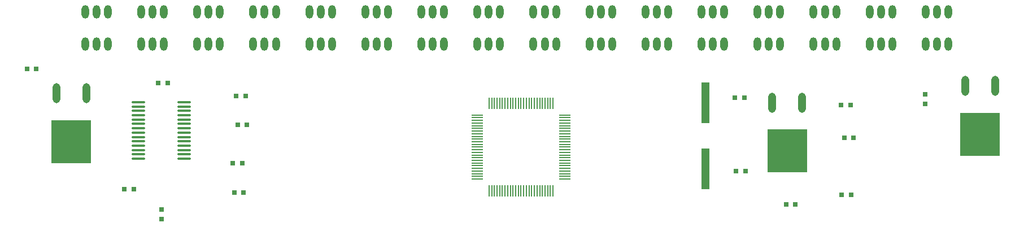
<source format=gtp>
%FSAX24Y24*%
%MOIN*%
G70*
G01*
G75*
G04 Layer_Color=8421504*
%ADD10R,0.0300X0.0300*%
%ADD11R,0.0300X0.0300*%
G04:AMPARAMS|DCode=12|XSize=79mil|YSize=44mil|CornerRadius=22mil|HoleSize=0mil|Usage=FLASHONLY|Rotation=90.000|XOffset=0mil|YOffset=0mil|HoleType=Round|Shape=RoundedRectangle|*
%AMROUNDEDRECTD12*
21,1,0.0790,0.0000,0,0,90.0*
21,1,0.0350,0.0440,0,0,90.0*
1,1,0.0440,0.0000,0.0175*
1,1,0.0440,0.0000,-0.0175*
1,1,0.0440,0.0000,-0.0175*
1,1,0.0440,0.0000,0.0175*
%
%ADD12ROUNDEDRECTD12*%
%ADD13R,0.0472X0.2400*%
%ADD14O,0.0709X0.0094*%
%ADD15O,0.0094X0.0709*%
%ADD16O,0.0472X0.1181*%
%ADD17R,0.2323X0.2559*%
%ADD18O,0.0827X0.0138*%
%ADD19C,0.0060*%
%ADD20C,0.0100*%
%ADD21C,0.0094*%
%ADD22C,0.0295*%
%ADD23C,0.0197*%
%ADD24C,0.0700*%
%ADD25R,0.0700X0.0700*%
%ADD26R,0.0700X0.0700*%
%ADD27C,0.0400*%
%ADD28O,0.0600X0.1000*%
%ADD29C,0.0600*%
%ADD30C,0.2500*%
%ADD31C,0.0276*%
%ADD32O,0.0866X0.0236*%
%ADD33R,0.0600X0.1000*%
%ADD34R,0.1618X0.1717*%
%ADD35R,0.0500X0.0120*%
%ADD36C,0.0080*%
%ADD37C,0.0050*%
%ADD38C,0.0098*%
%ADD39C,0.0236*%
%ADD40C,0.0079*%
%ADD41R,0.1000X0.0996*%
D10*
X048720Y063720D02*
D03*
X049270Y063720D02*
D03*
X048910Y061800D02*
D03*
X049460Y061800D02*
D03*
X008430Y065030D02*
D03*
X008980Y065030D02*
D03*
X013660Y062550D02*
D03*
X013110Y062550D02*
D03*
X012910Y058550D02*
D03*
X013460Y058550D02*
D03*
X006970Y058740D02*
D03*
X006420Y058740D02*
D03*
X000670Y065850D02*
D03*
X001220Y065850D02*
D03*
X013375Y060290D02*
D03*
X012825Y060290D02*
D03*
X049300Y058410D02*
D03*
X048750Y058410D02*
D03*
X043080Y059830D02*
D03*
X042530Y059830D02*
D03*
X045480Y057870D02*
D03*
X046030Y057870D02*
D03*
X013580Y064250D02*
D03*
X013030Y064250D02*
D03*
X043010Y064170D02*
D03*
X042460Y064170D02*
D03*
D11*
X008630Y056990D02*
D03*
X008630Y057540D02*
D03*
X053680Y064350D02*
D03*
X053680Y063800D02*
D03*
D12*
X031901Y069217D02*
D03*
X031231Y069217D02*
D03*
X030562Y069217D02*
D03*
X030562Y067322D02*
D03*
X031231Y067322D02*
D03*
X031901Y067322D02*
D03*
X055051Y069217D02*
D03*
X054381Y069217D02*
D03*
X053711Y069217D02*
D03*
X053711Y067322D02*
D03*
X054381Y067322D02*
D03*
X055051Y067322D02*
D03*
X035208Y069217D02*
D03*
X034538Y069217D02*
D03*
X033869Y069217D02*
D03*
X033869Y067322D02*
D03*
X034538Y067322D02*
D03*
X035208Y067322D02*
D03*
X051744Y069217D02*
D03*
X051074Y069217D02*
D03*
X050404Y069217D02*
D03*
X050404Y067322D02*
D03*
X051074Y067322D02*
D03*
X051744Y067322D02*
D03*
X041822Y069217D02*
D03*
X041152Y069217D02*
D03*
X040483Y069217D02*
D03*
X040483Y067322D02*
D03*
X041152Y067322D02*
D03*
X041822Y067322D02*
D03*
X048437Y069217D02*
D03*
X047767Y069217D02*
D03*
X047097Y069217D02*
D03*
X047097Y067322D02*
D03*
X047767Y067322D02*
D03*
X048437Y067322D02*
D03*
X038515Y069217D02*
D03*
X037845Y069217D02*
D03*
X037176Y069217D02*
D03*
X037176Y067322D02*
D03*
X037845Y067322D02*
D03*
X038515Y067322D02*
D03*
X045129Y069217D02*
D03*
X044459Y069217D02*
D03*
X043790Y069217D02*
D03*
X043790Y067322D02*
D03*
X044459Y067322D02*
D03*
X045129Y067322D02*
D03*
X005444Y069217D02*
D03*
X004774Y069217D02*
D03*
X004105Y069217D02*
D03*
X004105Y067322D02*
D03*
X004774Y067322D02*
D03*
X005444Y067322D02*
D03*
X028594Y069217D02*
D03*
X027924Y069217D02*
D03*
X027255Y069217D02*
D03*
X027255Y067322D02*
D03*
X027924Y067322D02*
D03*
X028594Y067322D02*
D03*
X008752Y069217D02*
D03*
X008081Y069217D02*
D03*
X007412Y069217D02*
D03*
X007412Y067322D02*
D03*
X008081Y067322D02*
D03*
X008752Y067322D02*
D03*
X025287Y069217D02*
D03*
X024617Y069217D02*
D03*
X023948Y069217D02*
D03*
X023948Y067322D02*
D03*
X024617Y067322D02*
D03*
X025287Y067322D02*
D03*
X012059Y069217D02*
D03*
X011389Y069217D02*
D03*
X010719Y069217D02*
D03*
X010719Y067322D02*
D03*
X011389Y067322D02*
D03*
X012059Y067322D02*
D03*
X021980Y069217D02*
D03*
X021310Y069217D02*
D03*
X020641Y069217D02*
D03*
X020641Y067322D02*
D03*
X021310Y067322D02*
D03*
X021980Y067322D02*
D03*
X015366Y069217D02*
D03*
X014696Y069217D02*
D03*
X014026Y069217D02*
D03*
X014026Y067322D02*
D03*
X014696Y067322D02*
D03*
X015366Y067322D02*
D03*
X018673Y069217D02*
D03*
X018003Y069217D02*
D03*
X017333Y069217D02*
D03*
X017333Y067322D02*
D03*
X018003Y067322D02*
D03*
X018673Y067322D02*
D03*
D13*
X040730Y059955D02*
D03*
X040730Y063855D02*
D03*
D14*
X027251Y063130D02*
D03*
X027251Y062972D02*
D03*
X027251Y062815D02*
D03*
X027251Y062657D02*
D03*
X027251Y062500D02*
D03*
X027251Y062342D02*
D03*
X027251Y062185D02*
D03*
X027251Y062027D02*
D03*
X027251Y061870D02*
D03*
X027251Y061712D02*
D03*
X027251Y061555D02*
D03*
X027251Y061397D02*
D03*
X027251Y061240D02*
D03*
X027251Y061083D02*
D03*
X027251Y060925D02*
D03*
X027251Y060768D02*
D03*
X027251Y060610D02*
D03*
X027251Y060453D02*
D03*
X027251Y060295D02*
D03*
X027251Y060138D02*
D03*
X027251Y059980D02*
D03*
X027251Y059823D02*
D03*
X027251Y059665D02*
D03*
X027251Y059508D02*
D03*
X027251Y059350D02*
D03*
X032409Y059350D02*
D03*
X032409Y059508D02*
D03*
X032409Y059665D02*
D03*
X032409Y059823D02*
D03*
X032409Y059980D02*
D03*
X032409Y060138D02*
D03*
X032409Y060295D02*
D03*
X032409Y060453D02*
D03*
X032409Y060610D02*
D03*
X032409Y060768D02*
D03*
X032409Y060925D02*
D03*
X032409Y061083D02*
D03*
X032409Y061240D02*
D03*
X032409Y061397D02*
D03*
X032409Y061555D02*
D03*
X032409Y061712D02*
D03*
X032409Y061870D02*
D03*
X032409Y062027D02*
D03*
X032409Y062185D02*
D03*
X032409Y062342D02*
D03*
X032409Y062500D02*
D03*
X032409Y062657D02*
D03*
X032409Y062815D02*
D03*
X032409Y062972D02*
D03*
X032409Y063130D02*
D03*
D15*
X027940Y058661D02*
D03*
X028098Y058661D02*
D03*
X028255Y058661D02*
D03*
X028413Y058661D02*
D03*
X028570Y058661D02*
D03*
X028728Y058661D02*
D03*
X028885Y058661D02*
D03*
X029043Y058661D02*
D03*
X029200Y058661D02*
D03*
X029358Y058661D02*
D03*
X029515Y058661D02*
D03*
X029673Y058661D02*
D03*
X029830Y058661D02*
D03*
X029987Y058661D02*
D03*
X030145Y058661D02*
D03*
X030302Y058661D02*
D03*
X030460Y058661D02*
D03*
X030617Y058661D02*
D03*
X030775Y058661D02*
D03*
X030932Y058661D02*
D03*
X031090Y058661D02*
D03*
X031247Y058661D02*
D03*
X031405Y058661D02*
D03*
X031562Y058661D02*
D03*
X031720Y058661D02*
D03*
X031720Y063819D02*
D03*
X031562Y063819D02*
D03*
X031405Y063819D02*
D03*
X031247Y063819D02*
D03*
X031090Y063819D02*
D03*
X030932Y063819D02*
D03*
X030775Y063819D02*
D03*
X030617Y063819D02*
D03*
X030460Y063819D02*
D03*
X030302Y063819D02*
D03*
X030145Y063819D02*
D03*
X029987Y063819D02*
D03*
X029830Y063819D02*
D03*
X029673Y063819D02*
D03*
X029515Y063819D02*
D03*
X029358Y063819D02*
D03*
X029200Y063819D02*
D03*
X029043Y063819D02*
D03*
X028885Y063819D02*
D03*
X028728Y063819D02*
D03*
X028570Y063819D02*
D03*
X028413Y063819D02*
D03*
X028255Y063819D02*
D03*
X028098Y063819D02*
D03*
X027940Y063819D02*
D03*
D16*
X056032Y064863D02*
D03*
X057804Y064863D02*
D03*
X002408Y064420D02*
D03*
X004180Y064420D02*
D03*
X044658Y063870D02*
D03*
X046430Y063870D02*
D03*
D17*
X056918Y061999D02*
D03*
X003294Y061556D02*
D03*
X045544Y061006D02*
D03*
D18*
X009958Y060557D02*
D03*
X009958Y060813D02*
D03*
X009958Y061068D02*
D03*
X009958Y061324D02*
D03*
X009958Y061580D02*
D03*
X009958Y061836D02*
D03*
X009958Y062092D02*
D03*
X009958Y062348D02*
D03*
X009958Y062604D02*
D03*
X009958Y062860D02*
D03*
X009958Y063116D02*
D03*
X009958Y063372D02*
D03*
X009958Y063627D02*
D03*
X009958Y063883D02*
D03*
X007242Y060557D02*
D03*
X007242Y060813D02*
D03*
X007242Y061068D02*
D03*
X007242Y061324D02*
D03*
X007242Y061580D02*
D03*
X007242Y061836D02*
D03*
X007242Y062092D02*
D03*
X007242Y062348D02*
D03*
X007242Y062604D02*
D03*
X007242Y062860D02*
D03*
X007242Y063116D02*
D03*
X007242Y063372D02*
D03*
X007242Y063627D02*
D03*
X007242Y063883D02*
D03*
M02*

</source>
